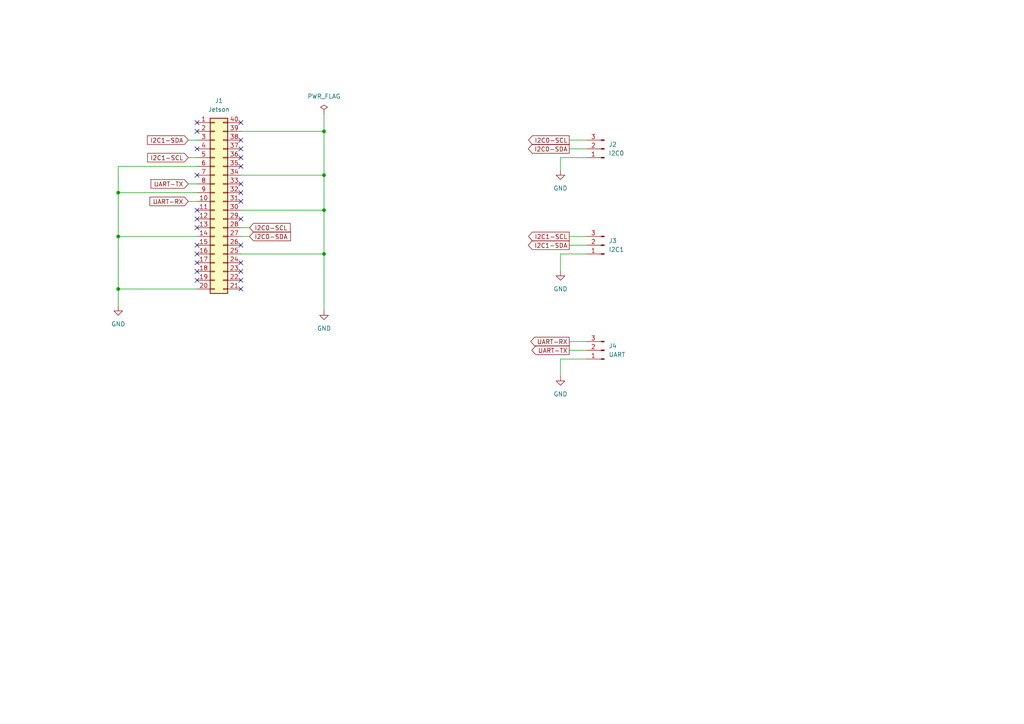
<source format=kicad_sch>
(kicad_sch (version 20230121) (generator eeschema)
  (paper "A4")
  (lib_symbols
    (symbol "Connector:Conn_01x03_Pin" (pin_names (offset 1.016) hide)
      (property "Reference" "J" (at 0 5.08 0))
      (property "Value" "Conn_01x03_Pin" (at 0 -5.08 0))
      (symbol "Conn_01x03_Pin_1_1"
        (polyline (pts (xy 1.27 -2.54) (xy 0.8636 -2.54)) (stroke (width 0.1524)))
        (polyline (pts (xy 1.27 0) (xy 0.8636 0)) (stroke (width 0.1524)))
        (polyline (pts (xy 1.27 2.54) (xy 0.8636 2.54)) (stroke (width 0.1524)))
        (rectangle (start 0.8636 -2.413) (end 0 -2.667) (stroke (width 0.1524)) (fill (type outline)))
        (rectangle (start 0.8636 0.127) (end 0 -0.127) (stroke (width 0.1524)) (fill (type outline)))
        (rectangle (start 0.8636 2.667) (end 0 2.413) (stroke (width 0.1524)) (fill (type outline)))
        (pin passive line (at 5.08 2.54 180) (length 3.81) (name "Pin_1") (number "1"))
        (pin passive line (at 5.08 0 180) (length 3.81) (name "Pin_2") (number "2"))
        (pin passive line (at 5.08 -2.54 180) (length 3.81) (name "Pin_3") (number "3"))
      )
    )
    (symbol "Connector_Generic:Conn_02x20_Counter_Clockwise" (pin_names (offset 1.016) hide)
      (property "Reference" "J" (at 1.27 25.4 0))
      (property "Value" "Conn_02x20_Counter_Clockwise" (at 1.27 -27.94 0))
      (symbol "Conn_02x20_Counter_Clockwise_1_1"
        (rectangle (start -1.27 -25.273) (end 0 -25.527) (stroke (width 0.1524)))
        (rectangle (start -1.27 -22.733) (end 0 -22.987) (stroke (width 0.1524)))
        (rectangle (start -1.27 -20.193) (end 0 -20.447) (stroke (width 0.1524)))
        (rectangle (start -1.27 -17.653) (end 0 -17.907) (stroke (width 0.1524)))
        (rectangle (start -1.27 -15.113) (end 0 -15.367) (stroke (width 0.1524)))
        (rectangle (start -1.27 -12.573) (end 0 -12.827) (stroke (width 0.1524)))
        (rectangle (start -1.27 -10.033) (end 0 -10.287) (stroke (width 0.1524)))
        (rectangle (start -1.27 -7.493) (end 0 -7.747) (stroke (width 0.1524)))
        (rectangle (start -1.27 -4.953) (end 0 -5.207) (stroke (width 0.1524)))
        (rectangle (start -1.27 -2.413) (end 0 -2.667) (stroke (width 0.1524)))
        (rectangle (start -1.27 0.127) (end 0 -0.127) (stroke (width 0.1524)))
        (rectangle (start -1.27 2.667) (end 0 2.413) (stroke (width 0.1524)))
        (rectangle (start -1.27 5.207) (end 0 4.953) (stroke (width 0.1524)))
        (rectangle (start -1.27 7.747) (end 0 7.493) (stroke (width 0.1524)))
        (rectangle (start -1.27 10.287) (end 0 10.033) (stroke (width 0.1524)))
        (rectangle (start -1.27 12.827) (end 0 12.573) (stroke (width 0.1524)))
        (rectangle (start -1.27 15.367) (end 0 15.113) (stroke (width 0.1524)))
        (rectangle (start -1.27 17.907) (end 0 17.653) (stroke (width 0.1524)))
        (rectangle (start -1.27 20.447) (end 0 20.193) (stroke (width 0.1524)))
        (rectangle (start -1.27 22.987) (end 0 22.733) (stroke (width 0.1524)))
        (rectangle (start -1.27 24.13) (end 3.81 -26.67) (stroke (width 0.254)) (fill (type background)))
        (rectangle (start 3.81 -25.273) (end 2.54 -25.527) (stroke (width 0.1524)))
        (rectangle (start 3.81 -22.733) (end 2.54 -22.987) (stroke (width 0.1524)))
        (rectangle (start 3.81 -20.193) (end 2.54 -20.447) (stroke (width 0.1524)))
        (rectangle (start 3.81 -17.653) (end 2.54 -17.907) (stroke (width 0.1524)))
        (rectangle (start 3.81 -15.113) (end 2.54 -15.367) (stroke (width 0.1524)))
        (rectangle (start 3.81 -12.573) (end 2.54 -12.827) (stroke (width 0.1524)))
        (rectangle (start 3.81 -10.033) (end 2.54 -10.287) (stroke (width 0.1524)))
        (rectangle (start 3.81 -7.493) (end 2.54 -7.747) (stroke (width 0.1524)))
        (rectangle (start 3.81 -4.953) (end 2.54 -5.207) (stroke (width 0.1524)))
        (rectangle (start 3.81 -2.413) (end 2.54 -2.667) (stroke (width 0.1524)))
        (rectangle (start 3.81 0.127) (end 2.54 -0.127) (stroke (width 0.1524)))
        (rectangle (start 3.81 2.667) (end 2.54 2.413) (stroke (width 0.1524)))
        (rectangle (start 3.81 5.207) (end 2.54 4.953) (stroke (width 0.1524)))
        (rectangle (start 3.81 7.747) (end 2.54 7.493) (stroke (width 0.1524)))
        (rectangle (start 3.81 10.287) (end 2.54 10.033) (stroke (width 0.1524)))
        (rectangle (start 3.81 12.827) (end 2.54 12.573) (stroke (width 0.1524)))
        (rectangle (start 3.81 15.367) (end 2.54 15.113) (stroke (width 0.1524)))
        (rectangle (start 3.81 17.907) (end 2.54 17.653) (stroke (width 0.1524)))
        (rectangle (start 3.81 20.447) (end 2.54 20.193) (stroke (width 0.1524)))
        (rectangle (start 3.81 22.987) (end 2.54 22.733) (stroke (width 0.1524)))
        (pin passive line (at -5.08 22.86 0) (length 3.81) (name "Pin_1") (number "1"))
        (pin passive line (at -5.08 0 0) (length 3.81) (name "Pin_10") (number "10"))
        (pin passive line (at -5.08 -2.54 0) (length 3.81) (name "Pin_11") (number "11"))
        (pin passive line (at -5.08 -5.08 0) (length 3.81) (name "Pin_12") (number "12"))
        (pin passive line (at -5.08 -7.62 0) (length 3.81) (name "Pin_13") (number "13"))
        (pin passive line (at -5.08 -10.16 0) (length 3.81) (name "Pin_14") (number "14"))
        (pin passive line (at -5.08 -12.7 0) (length 3.81) (name "Pin_15") (number "15"))
        (pin passive line (at -5.08 -15.24 0) (length 3.81) (name "Pin_16") (number "16"))
        (pin passive line (at -5.08 -17.78 0) (length 3.81) (name "Pin_17") (number "17"))
        (pin passive line (at -5.08 -20.32 0) (length 3.81) (name "Pin_18") (number "18"))
        (pin passive line (at -5.08 -22.86 0) (length 3.81) (name "Pin_19") (number "19"))
        (pin passive line (at -5.08 20.32 0) (length 3.81) (name "Pin_2") (number "2"))
        (pin passive line (at -5.08 -25.4 0) (length 3.81) (name "Pin_20") (number "20"))
        (pin passive line (at 7.62 -25.4 180) (length 3.81) (name "Pin_21") (number "21"))
        (pin passive line (at 7.62 -22.86 180) (length 3.81) (name "Pin_22") (number "22"))
        (pin passive line (at 7.62 -20.32 180) (length 3.81) (name "Pin_23") (number "23"))
        (pin passive line (at 7.62 -17.78 180) (length 3.81) (name "Pin_24") (number "24"))
        (pin passive line (at 7.62 -15.24 180) (length 3.81) (name "Pin_25") (number "25"))
        (pin passive line (at 7.62 -12.7 180) (length 3.81) (name "Pin_26") (number "26"))
        (pin passive line (at 7.62 -10.16 180) (length 3.81) (name "Pin_27") (number "27"))
        (pin passive line (at 7.62 -7.62 180) (length 3.81) (name "Pin_28") (number "28"))
        (pin passive line (at 7.62 -5.08 180) (length 3.81) (name "Pin_29") (number "29"))
        (pin passive line (at -5.08 17.78 0) (length 3.81) (name "Pin_3") (number "3"))
        (pin passive line (at 7.62 -2.54 180) (length 3.81) (name "Pin_30") (number "30"))
        (pin passive line (at 7.62 0 180) (length 3.81) (name "Pin_31") (number "31"))
        (pin passive line (at 7.62 2.54 180) (length 3.81) (name "Pin_32") (number "32"))
        (pin passive line (at 7.62 5.08 180) (length 3.81) (name "Pin_33") (number "33"))
        (pin passive line (at 7.62 7.62 180) (length 3.81) (name "Pin_34") (number "34"))
        (pin passive line (at 7.62 10.16 180) (length 3.81) (name "Pin_35") (number "35"))
        (pin passive line (at 7.62 12.7 180) (length 3.81) (name "Pin_36") (number "36"))
        (pin passive line (at 7.62 15.24 180) (length 3.81) (name "Pin_37") (number "37"))
        (pin passive line (at 7.62 17.78 180) (length 3.81) (name "Pin_38") (number "38"))
        (pin passive line (at 7.62 20.32 180) (length 3.81) (name "Pin_39") (number "39"))
        (pin passive line (at -5.08 15.24 0) (length 3.81) (name "Pin_4") (number "4"))
        (pin passive line (at 7.62 22.86 180) (length 3.81) (name "Pin_40") (number "40"))
        (pin passive line (at -5.08 12.7 0) (length 3.81) (name "Pin_5") (number "5"))
        (pin passive line (at -5.08 10.16 0) (length 3.81) (name "Pin_6") (number "6"))
        (pin passive line (at -5.08 7.62 0) (length 3.81) (name "Pin_7") (number "7"))
        (pin passive line (at -5.08 5.08 0) (length 3.81) (name "Pin_8") (number "8"))
        (pin passive line (at -5.08 2.54 0) (length 3.81) (name "Pin_9") (number "9"))
      )
    )
    (symbol "power:GND" (power) (pin_names (offset 0))
      (property "Value" "GND" (at 0 -3.81 0))
      (symbol "GND_0_1"
        (polyline (pts (xy 0 0) (xy 0 -1.27) (xy 1.27 -1.27) (xy 0 -2.54) (xy -1.27 -1.27) (xy 0 -1.27)))
      )
      (symbol "GND_1_1"
        (pin power_in line (at 0 0 270) (length 0) hide (name "GND") (number "1"))
      )
    )
    (symbol "power:PWR_FLAG" (power) (pin_numbers hide) (pin_names (offset 0) hide)
      (property "Value" "PWR_FLAG" (at 0 3.81 0))
      (symbol "PWR_FLAG_0_0"
        (pin power_out line (at 0 0 90) (length 0) (name "pwr") (number "1"))
      )
      (symbol "PWR_FLAG_0_1"
        (polyline (pts (xy 0 0) (xy 0 1.27) (xy -1.016 1.905) (xy 0 2.54) (xy 1.016 1.905) (xy 0 1.27)))
      )
    )
  )
  (junction (at 34.29 55.88))
  (junction (at 93.98 50.8))
  (junction (at 93.98 73.66))
  (junction (at 93.98 60.96))
  (junction (at 34.29 83.82))
  (junction (at 34.29 68.58))
  (junction (at 93.98 38.1))
  (no_connect (at 57.15 35.56))
  (no_connect (at 57.15 43.18))
  (no_connect (at 57.15 60.96))
  (no_connect (at 69.85 55.88))
  (no_connect (at 69.85 35.56))
  (no_connect (at 57.15 73.66))
  (no_connect (at 57.15 63.5))
  (no_connect (at 57.15 81.28))
  (no_connect (at 57.15 38.1))
  (no_connect (at 69.85 58.42))
  (no_connect (at 69.85 63.5))
  (no_connect (at 69.85 48.26))
  (no_connect (at 57.15 50.8))
  (no_connect (at 57.15 66.04))
  (no_connect (at 69.85 76.2))
  (no_connect (at 57.15 76.2))
  (no_connect (at 69.85 45.72))
  (no_connect (at 69.85 83.82))
  (no_connect (at 57.15 78.74))
  (no_connect (at 69.85 40.64))
  (no_connect (at 69.85 43.18))
  (no_connect (at 69.85 53.34))
  (no_connect (at 69.85 71.12))
  (no_connect (at 69.85 81.28))
  (no_connect (at 57.15 71.12))
  (no_connect (at 69.85 78.74))
  (wire (pts (xy 69.85 66.04) (xy 72.39 66.04)))
  (wire (pts (xy 69.85 50.8) (xy 93.98 50.8)))
  (wire (pts (xy 69.85 60.96) (xy 93.98 60.96)))
  (wire (pts (xy 34.29 83.82) (xy 57.15 83.82)))
  (wire (pts (xy 170.18 73.66) (xy 162.56 73.66)))
  (wire (pts (xy 170.18 45.72) (xy 162.56 45.72)))
  (wire (pts (xy 162.56 73.66) (xy 162.56 78.74)))
  (wire (pts (xy 34.29 68.58) (xy 34.29 83.82)))
  (wire (pts (xy 69.85 68.58) (xy 72.39 68.58)))
  (wire (pts (xy 165.1 40.64) (xy 170.18 40.64)))
  (wire (pts (xy 34.29 55.88) (xy 34.29 68.58)))
  (wire (pts (xy 165.1 68.58) (xy 170.18 68.58)))
  (wire (pts (xy 34.29 68.58) (xy 57.15 68.58)))
  (wire (pts (xy 34.29 55.88) (xy 57.15 55.88)))
  (wire (pts (xy 54.61 58.42) (xy 57.15 58.42)))
  (wire (pts (xy 165.1 101.6) (xy 170.18 101.6)))
  (wire (pts (xy 34.29 48.26) (xy 34.29 55.88)))
  (wire (pts (xy 93.98 73.66) (xy 93.98 90.17)))
  (wire (pts (xy 57.15 48.26) (xy 34.29 48.26)))
  (wire (pts (xy 34.29 83.82) (xy 34.29 88.9)))
  (wire (pts (xy 93.98 60.96) (xy 93.98 73.66)))
  (wire (pts (xy 54.61 45.72) (xy 57.15 45.72)))
  (wire (pts (xy 165.1 43.18) (xy 170.18 43.18)))
  (wire (pts (xy 54.61 40.64) (xy 57.15 40.64)))
  (wire (pts (xy 93.98 50.8) (xy 93.98 60.96)))
  (wire (pts (xy 54.61 53.34) (xy 57.15 53.34)))
  (wire (pts (xy 69.85 38.1) (xy 93.98 38.1)))
  (wire (pts (xy 170.18 104.14) (xy 162.56 104.14)))
  (wire (pts (xy 162.56 45.72) (xy 162.56 49.53)))
  (wire (pts (xy 162.56 104.14) (xy 162.56 109.22)))
  (wire (pts (xy 69.85 73.66) (xy 93.98 73.66)))
  (wire (pts (xy 93.98 38.1) (xy 93.98 50.8)))
  (wire (pts (xy 165.1 99.06) (xy 170.18 99.06)))
  (wire (pts (xy 165.1 71.12) (xy 170.18 71.12)))
  (wire (pts (xy 93.98 33.02) (xy 93.98 38.1)))
  (global_label "I2C0-SCL" (shape input) (at 72.39 66.04 0) (property "Intersheetrefs" "${INTERSHEET_REFS}" (effects hide)))
  (global_label "I2C1-SCL" (shape output) (at 165.1 68.58 180) (property "Intersheetrefs" "${INTERSHEET_REFS}" (effects hide)))
  (global_label "I2C1-SCL" (shape input) (at 54.61 45.72 180) (property "Intersheetrefs" "${INTERSHEET_REFS}" (effects hide)))
  (global_label "I2C1-SDA" (shape output) (at 165.1 71.12 180) (property "Intersheetrefs" "${INTERSHEET_REFS}" (effects hide)))
  (global_label "UART-RX" (shape output) (at 165.1 99.06 180) (property "Intersheetrefs" "${INTERSHEET_REFS}" (effects hide)))
  (global_label "I2C0-SDA" (shape output) (at 165.1 43.18 180) (property "Intersheetrefs" "${INTERSHEET_REFS}" (effects hide)))
  (global_label "UART-RX" (shape input) (at 54.61 58.42 180) (property "Intersheetrefs" "${INTERSHEET_REFS}" (effects hide)))
  (global_label "I2C1-SDA" (shape input) (at 54.61 40.64 180) (property "Intersheetrefs" "${INTERSHEET_REFS}" (effects hide)))
  (global_label "UART-TX" (shape output) (at 165.1 101.6 180) (property "Intersheetrefs" "${INTERSHEET_REFS}" (effects hide)))
  (global_label "I2C0-SCL" (shape output) (at 165.1 40.64 180) (property "Intersheetrefs" "${INTERSHEET_REFS}" (effects hide)))
  (global_label "I2C0-SDA" (shape input) (at 72.39 68.58 0) (property "Intersheetrefs" "${INTERSHEET_REFS}" (effects hide)))
  (global_label "UART-TX" (shape input) (at 54.61 53.34 180) (property "Intersheetrefs" "${INTERSHEET_REFS}" (effects hide)))
  (symbol (lib_id "Connector:Conn_01x03_Pin") (at 175.26 71.12 180) (unit 1)
    (property "Reference" "J3" (at 176.53 69.85 0) (effects (justify right)))
    (property "Value" "I2C1" (at 176.53 72.39 0) (effects (justify right)))
    (property "Footprint" "Connector_JST:JST_PH_B3B-PH-K_1x03_P2.00mm_Vertical" (effects hide))
  )
  (symbol (lib_id "Connector:Conn_01x03_Pin") (at 175.26 43.18 180) (unit 1)
    (property "Reference" "J2" (at 176.53 41.91 0) (effects (justify right)))
    (property "Value" "I2C0" (at 176.53 44.45 0) (effects (justify right)))
    (property "Footprint" "Connector_JST:JST_PH_B3B-PH-K_1x03_P2.00mm_Vertical" (effects hide))
  )
  (symbol (lib_id "power:GND") (at 162.56 49.53 0) (unit 1)
    (property "Reference" "#PWR03" (effects hide))
    (property "Value" "GND" (at 162.56 54.61 0))
  )
  (symbol (lib_id "Connector:Conn_01x03_Pin") (at 175.26 101.6 180) (unit 1)
    (property "Reference" "J4" (at 176.53 100.33 0) (effects (justify right)))
    (property "Value" "UART" (at 176.53 102.87 0) (effects (justify right)))
    (property "Footprint" "Connector_JST:JST_PH_B3B-PH-K_1x03_P2.00mm_Vertical" (effects hide))
  )
  (symbol (lib_id "power:GND") (at 34.29 88.9 0) (unit 1)
    (property "Reference" "#PWR01" (effects hide))
    (property "Value" "GND" (at 34.29 93.98 0))
  )
  (symbol (lib_id "power:GND") (at 162.56 109.22 0) (unit 1)
    (property "Reference" "#PWR05" (effects hide))
    (property "Value" "GND" (at 162.56 114.3 0))
  )
  (symbol (lib_id "power:PWR_FLAG") (at 93.98 33.02 0) (unit 1)
    (property "Reference" "#FLG01" (effects hide))
    (property "Value" "PWR_FLAG" (at 93.98 27.94 0))
  )
  (symbol (lib_id "Connector_Generic:Conn_02x20_Counter_Clockwise") (at 62.23 58.42 0) (unit 1)
    (property "Reference" "J1" (at 63.5 29.21 0))
    (property "Value" "Jetson" (at 63.5 31.75 0))
    (property "Footprint" "Connector_PinHeader_2.54mm:PinHeader_2x20_P2.54mm_Vertical" (effects hide))
  )
  (symbol (lib_id "power:GND") (at 93.98 90.17 0) (unit 1)
    (property "Reference" "#PWR02" (effects hide))
    (property "Value" "GND" (at 93.98 95.25 0))
  )
  (symbol (lib_id "power:GND") (at 162.56 78.74 0) (unit 1)
    (property "Reference" "#PWR04" (effects hide))
    (property "Value" "GND" (at 162.56 83.82 0))
  )
)
</source>
